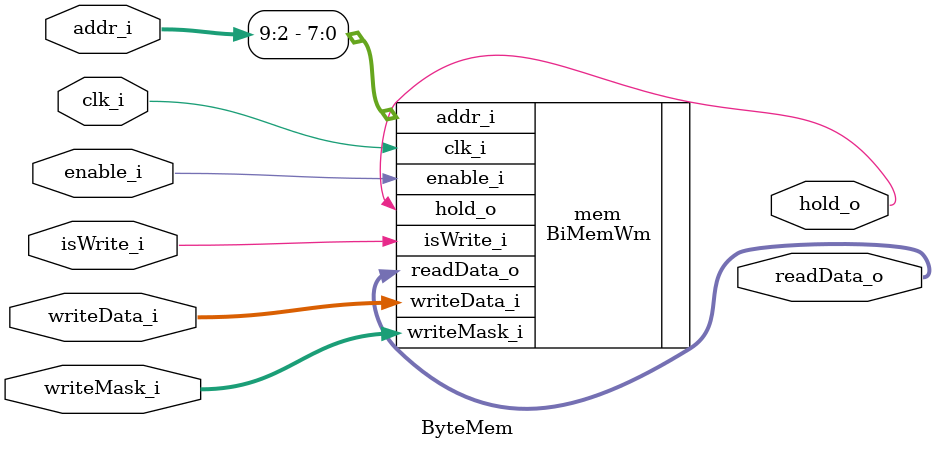
<source format=sv>

`default_nettype none

module ByteMem #(
    parameter DATA_BYTE     = 4,
    parameter ADDR_SIZE     = 32,
    parameter MEM_SIZE      = 1024, //in bytes
    parameter MEM_PROFILE   = "default"
) (
    input   wire logic                      clk_i,
    input   wire logic                      enable_i,
    input   wire logic                      isWrite_i,
    input   wire logic[DATA_BYTE-1:0]       writeMask_i,
    input   wire logic[ADDR_SIZE-1:0]       addr_i,
    input   wire logic[(DATA_BYTE*8)-1:0]   writeData_i,
    output  wire logic[(DATA_BYTE*8)-1:0]   readData_o,
    output  wire logic                      hold_o
);

localparam  LINES = MEM_SIZE / DATA_BYTE;
localparam  ADDR_BITS = $clog2(LINES);
localparam  LOW_BIT = $clog2(DATA_BYTE);

BiMemWm #(
    .PROFILE        (MEM_PROFILE),
    .WIDTH          (DATA_BYTE * 8),
    .HEIGHT         (LINES),
    .MASK           (DATA_BYTE)
) mem (
    .clk_i          (clk_i),
    .enable_i       (enable_i),
    .isWrite_i      (isWrite_i),
    .writeMask_i    (writeMask_i),
    .addr_i         (addr_i[LOW_BIT+:ADDR_BITS]),
    .writeData_i    (writeData_i),
    .readData_o     (readData_o),
    .hold_o         (hold_o)
);

endmodule
</source>
